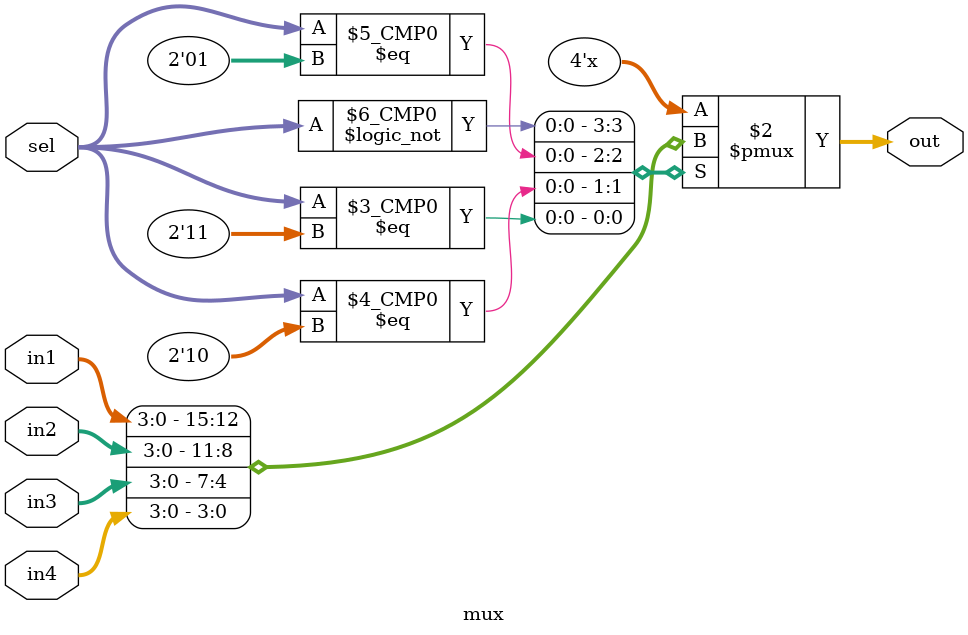
<source format=v>
module mux(in1,in2,in3,in4,sel,out);
    input [3:0] in1,in2,in3,in4; 
    input [1:0] sel; // selection bit 
    output [3:0] out;

    reg [3:0] out;

    always @(sel) begin
        case(sel)
            2'b00 : out = in1;
            2'b01 : out = in2;
            2'b10 : out = in3;
            2'b11 : out = in4; 
        endcase
    end
     // selection bit 값에 변화가 있을 때 
     // sel 값의 따라 out에 in값을 넣는다.

endmodule
</source>
